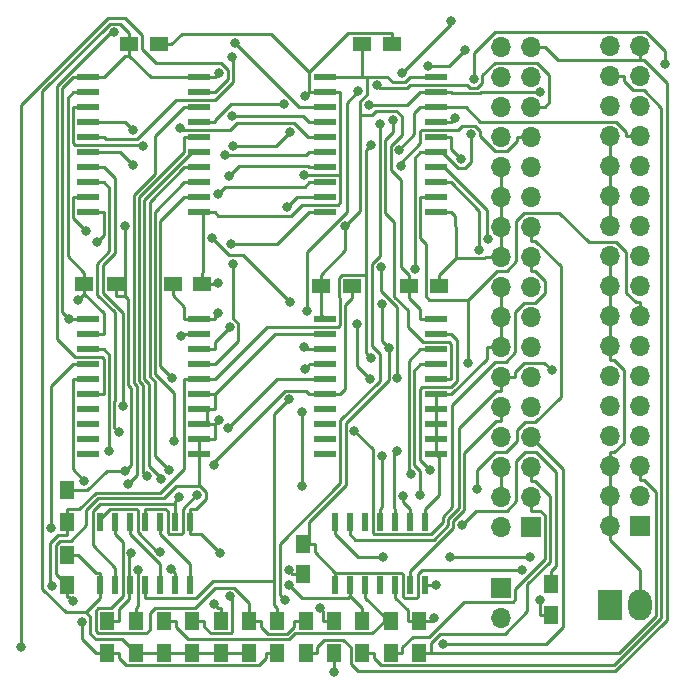
<source format=gbl>
%TF.GenerationSoftware,KiCad,Pcbnew,5.1.10*%
%TF.CreationDate,2021-12-03T13:16:58+01:00*%
%TF.ProjectId,afterglow_pico,61667465-7267-46c6-9f77-5f7069636f2e,rev?*%
%TF.SameCoordinates,Original*%
%TF.FileFunction,Copper,L2,Bot*%
%TF.FilePolarity,Positive*%
%FSLAX46Y46*%
G04 Gerber Fmt 4.6, Leading zero omitted, Abs format (unit mm)*
G04 Created by KiCad (PCBNEW 5.1.10) date 2021-12-03 13:16:58*
%MOMM*%
%LPD*%
G01*
G04 APERTURE LIST*
%TA.AperFunction,SMDPad,CuDef*%
%ADD10R,1.300000X1.500000*%
%TD*%
%TA.AperFunction,SMDPad,CuDef*%
%ADD11R,1.500000X1.300000*%
%TD*%
%TA.AperFunction,SMDPad,CuDef*%
%ADD12R,0.600000X1.500000*%
%TD*%
%TA.AperFunction,ComponentPad*%
%ADD13O,1.700000X1.700000*%
%TD*%
%TA.AperFunction,ComponentPad*%
%ADD14R,1.700000X1.700000*%
%TD*%
%TA.AperFunction,SMDPad,CuDef*%
%ADD15R,1.250000X1.500000*%
%TD*%
%TA.AperFunction,SMDPad,CuDef*%
%ADD16R,1.950000X0.600000*%
%TD*%
%TA.AperFunction,ComponentPad*%
%ADD17O,2.000000X2.600000*%
%TD*%
%TA.AperFunction,ComponentPad*%
%ADD18R,2.000000X2.600000*%
%TD*%
%TA.AperFunction,SMDPad,CuDef*%
%ADD19R,1.500000X1.250000*%
%TD*%
%TA.AperFunction,ViaPad*%
%ADD20C,0.800000*%
%TD*%
%TA.AperFunction,Conductor*%
%ADD21C,0.250000*%
%TD*%
G04 APERTURE END LIST*
D10*
%TO.P,R16,2*%
%TO.N,Net-(R16-Pad2)*%
X173000000Y-108950000D03*
%TO.P,R16,1*%
%TO.N,+3V3*%
X173000000Y-106250000D03*
%TD*%
D11*
%TO.P,R2,2*%
%TO.N,Net-(R2-Pad2)*%
X197150000Y-89000000D03*
%TO.P,R2,1*%
%TO.N,+3V3*%
X194450000Y-89000000D03*
%TD*%
D12*
%TO.P,U2,14*%
%TO.N,+5V*%
X175790000Y-114300000D03*
%TO.P,U2,13*%
%TO.N,/COMB_EV*%
X177060000Y-114300000D03*
%TO.P,U2,12*%
%TO.N,/PICO_OUT_EN*%
X178330000Y-114300000D03*
%TO.P,U2,11*%
%TO.N,/OUT_SEL*%
X179600000Y-114300000D03*
%TO.P,U2,10*%
%TO.N,Net-(U2-Pad10)*%
X180870000Y-114300000D03*
%TO.P,U2,9*%
%TO.N,Net-(U1-Pad8)*%
X182140000Y-114300000D03*
%TO.P,U2,8*%
%TO.N,Net-(U2-Pad5)*%
X183410000Y-114300000D03*
%TO.P,U2,7*%
%TO.N,GND*%
X183410000Y-108900000D03*
%TO.P,U2,6*%
%TO.N,/COMB_EV*%
X182140000Y-108900000D03*
%TO.P,U2,5*%
%TO.N,Net-(U2-Pad5)*%
X180870000Y-108900000D03*
%TO.P,U2,4*%
%TO.N,Net-(U1-Pad6)*%
X179600000Y-108900000D03*
%TO.P,U2,3*%
%TO.N,Net-(U2-Pad10)*%
X178330000Y-108900000D03*
%TO.P,U2,2*%
%TO.N,Net-(R10-Pad1)*%
X177060000Y-108900000D03*
%TO.P,U2,1*%
%TO.N,Net-(R12-Pad2)*%
X175790000Y-108900000D03*
%TD*%
D13*
%TO.P,TEST,2*%
%TO.N,GND*%
X209750000Y-117040000D03*
D14*
%TO.P,TEST,1*%
%TO.N,Net-(TEST_MODE1-Pad1)*%
X209750000Y-114500000D03*
%TD*%
D10*
%TO.P,R15,2*%
%TO.N,Net-(R15-Pad2)*%
X178800000Y-117300000D03*
%TO.P,R15,1*%
%TO.N,+5V*%
X178800000Y-120000000D03*
%TD*%
%TO.P,R14,2*%
%TO.N,Net-(R14-Pad2)*%
X181200000Y-117300000D03*
%TO.P,R14,1*%
%TO.N,+5V*%
X181200000Y-120000000D03*
%TD*%
%TO.P,R13,2*%
%TO.N,Net-(R13-Pad2)*%
X183600000Y-117300000D03*
%TO.P,R13,1*%
%TO.N,+5V*%
X183600000Y-120000000D03*
%TD*%
%TO.P,R12,2*%
%TO.N,Net-(R12-Pad2)*%
X186000000Y-117300000D03*
%TO.P,R12,1*%
%TO.N,+5V*%
X186000000Y-120000000D03*
%TD*%
%TO.P,R11,2*%
%TO.N,Net-(R10-Pad1)*%
X188400000Y-117300000D03*
%TO.P,R11,1*%
%TO.N,+5V*%
X188400000Y-120000000D03*
%TD*%
%TO.P,R10,2*%
%TO.N,/P33*%
X193200000Y-120000000D03*
%TO.P,R10,1*%
%TO.N,Net-(R10-Pad1)*%
X193200000Y-117300000D03*
%TD*%
%TO.P,R9,2*%
%TO.N,/DIS_STROBE*%
X195600000Y-120000000D03*
%TO.P,R9,1*%
%TO.N,Net-(R12-Pad2)*%
X195600000Y-117300000D03*
%TD*%
%TO.P,R8,2*%
%TO.N,/DIS3*%
X198000000Y-120000000D03*
%TO.P,R8,1*%
%TO.N,Net-(R13-Pad2)*%
X198000000Y-117300000D03*
%TD*%
%TO.P,R7,2*%
%TO.N,/DIS2*%
X200400000Y-120000000D03*
%TO.P,R7,1*%
%TO.N,Net-(R14-Pad2)*%
X200400000Y-117300000D03*
%TD*%
%TO.P,R6,2*%
%TO.N,/DIS1*%
X202800000Y-120000000D03*
%TO.P,R6,1*%
%TO.N,Net-(R15-Pad2)*%
X202800000Y-117300000D03*
%TD*%
D11*
%TO.P,R5,2*%
%TO.N,+3V3*%
X177150000Y-88800000D03*
%TO.P,R5,1*%
%TO.N,Net-(R5-Pad1)*%
X174450000Y-88800000D03*
%TD*%
D10*
%TO.P,R4,2*%
%TO.N,/PICO_OUT_EN*%
X176400000Y-117300000D03*
%TO.P,R4,1*%
%TO.N,GND*%
X176400000Y-120000000D03*
%TD*%
%TO.P,R3,2*%
%TO.N,Net-(PWR_LED1-Pad2)*%
X214000000Y-116850000D03*
%TO.P,R3,1*%
%TO.N,+3V3*%
X214000000Y-114150000D03*
%TD*%
D15*
%TO.P,C8,2*%
%TO.N,GND*%
X173000000Y-114250000D03*
%TO.P,C8,1*%
%TO.N,+5V*%
X173000000Y-111750000D03*
%TD*%
%TO.P,C7,2*%
%TO.N,GND*%
X193000000Y-113300000D03*
%TO.P,C7,1*%
%TO.N,+5V*%
X193000000Y-110800000D03*
%TD*%
D16*
%TO.P,U7,1*%
%TO.N,+5V*%
X184200000Y-91785000D03*
%TO.P,U7,2*%
%TO.N,Net-(U5-Pad31)*%
X184200000Y-93055000D03*
%TO.P,U7,3*%
%TO.N,Net-(U5-Pad32)*%
X184200000Y-94325000D03*
%TO.P,U7,4*%
%TO.N,Net-(U5-Pad34)*%
X184200000Y-95595000D03*
%TO.P,U7,5*%
%TO.N,Net-(R16-Pad2)*%
X184200000Y-96865000D03*
%TO.P,U7,6*%
%TO.N,GND*%
X184200000Y-98135000D03*
%TO.P,U7,7*%
X184200000Y-99405000D03*
%TO.P,U7,8*%
X184200000Y-100675000D03*
%TO.P,U7,9*%
X184200000Y-101945000D03*
%TO.P,U7,10*%
X184200000Y-103215000D03*
%TO.P,U7,11*%
%TO.N,Net-(U7-Pad11)*%
X174800000Y-103215000D03*
%TO.P,U7,12*%
%TO.N,Net-(U7-Pad12)*%
X174800000Y-101945000D03*
%TO.P,U7,13*%
%TO.N,Net-(U7-Pad13)*%
X174800000Y-100675000D03*
%TO.P,U7,14*%
%TO.N,Net-(U7-Pad14)*%
X174800000Y-99405000D03*
%TO.P,U7,15*%
%TO.N,/PICO_BLANK*%
X174800000Y-98135000D03*
%TO.P,U7,16*%
%TO.N,/PICO_OUT_EN*%
X174800000Y-96865000D03*
%TO.P,U7,17*%
%TO.N,/LROW_PICO*%
X174800000Y-95595000D03*
%TO.P,U7,18*%
%TO.N,/LCOL_PICO*%
X174800000Y-94325000D03*
%TO.P,U7,19*%
%TO.N,Net-(R5-Pad1)*%
X174800000Y-93055000D03*
%TO.P,U7,20*%
%TO.N,+5V*%
X174800000Y-91785000D03*
%TD*%
%TO.P,U6,1*%
%TO.N,+5V*%
X184200000Y-71285000D03*
%TO.P,U6,2*%
%TO.N,Net-(U5-Pad20)*%
X184200000Y-72555000D03*
%TO.P,U6,3*%
%TO.N,Net-(U5-Pad21)*%
X184200000Y-73825000D03*
%TO.P,U6,4*%
%TO.N,Net-(U5-Pad22)*%
X184200000Y-75095000D03*
%TO.P,U6,5*%
%TO.N,Net-(U5-Pad24)*%
X184200000Y-76365000D03*
%TO.P,U6,6*%
%TO.N,Net-(U5-Pad25)*%
X184200000Y-77635000D03*
%TO.P,U6,7*%
%TO.N,Net-(U5-Pad26)*%
X184200000Y-78905000D03*
%TO.P,U6,8*%
%TO.N,Net-(U5-Pad27)*%
X184200000Y-80175000D03*
%TO.P,U6,9*%
%TO.N,Net-(U5-Pad29)*%
X184200000Y-81445000D03*
%TO.P,U6,10*%
%TO.N,GND*%
X184200000Y-82715000D03*
%TO.P,U6,11*%
%TO.N,/D7_PICO*%
X174800000Y-82715000D03*
%TO.P,U6,12*%
%TO.N,/D6_PICO*%
X174800000Y-81445000D03*
%TO.P,U6,13*%
%TO.N,/D5_PICO*%
X174800000Y-80175000D03*
%TO.P,U6,14*%
%TO.N,/D4_PICO*%
X174800000Y-78905000D03*
%TO.P,U6,15*%
%TO.N,/D3_PICO*%
X174800000Y-77635000D03*
%TO.P,U6,16*%
%TO.N,/D2_PICO*%
X174800000Y-76365000D03*
%TO.P,U6,17*%
%TO.N,/D1_PICO*%
X174800000Y-75095000D03*
%TO.P,U6,18*%
%TO.N,/D0_PICO*%
X174800000Y-73825000D03*
%TO.P,U6,19*%
%TO.N,Net-(R5-Pad1)*%
X174800000Y-72555000D03*
%TO.P,U6,20*%
%TO.N,+5V*%
X174800000Y-71285000D03*
%TD*%
%TO.P,U4,20*%
%TO.N,+3V3*%
X194800000Y-91785000D03*
%TO.P,U4,19*%
%TO.N,GND*%
X194800000Y-93055000D03*
%TO.P,U4,18*%
%TO.N,Net-(U4-Pad18)*%
X194800000Y-94325000D03*
%TO.P,U4,17*%
%TO.N,Net-(U4-Pad17)*%
X194800000Y-95595000D03*
%TO.P,U4,16*%
%TO.N,Net-(U4-Pad16)*%
X194800000Y-96865000D03*
%TO.P,U4,15*%
%TO.N,Net-(R2-Pad2)*%
X194800000Y-98135000D03*
%TO.P,U4,14*%
%TO.N,Net-(U4-Pad14)*%
X194800000Y-99405000D03*
%TO.P,U4,13*%
%TO.N,Net-(U4-Pad13)*%
X194800000Y-100675000D03*
%TO.P,U4,12*%
%TO.N,Net-(U4-Pad12)*%
X194800000Y-101945000D03*
%TO.P,U4,11*%
%TO.N,Net-(U4-Pad11)*%
X194800000Y-103215000D03*
%TO.P,U4,10*%
%TO.N,GND*%
X204200000Y-103215000D03*
%TO.P,U4,9*%
X204200000Y-101945000D03*
%TO.P,U4,8*%
X204200000Y-100675000D03*
%TO.P,U4,7*%
X204200000Y-99405000D03*
%TO.P,U4,6*%
X204200000Y-98135000D03*
%TO.P,U4,5*%
%TO.N,/BLANK*%
X204200000Y-96865000D03*
%TO.P,U4,4*%
%TO.N,/COMB_EV*%
X204200000Y-95595000D03*
%TO.P,U4,3*%
%TO.N,/LROW*%
X204200000Y-94325000D03*
%TO.P,U4,2*%
%TO.N,/LCOL*%
X204200000Y-93055000D03*
%TO.P,U4,1*%
%TO.N,+3V3*%
X204200000Y-91785000D03*
%TD*%
%TO.P,U3,20*%
%TO.N,+3V3*%
X194800000Y-71285000D03*
%TO.P,U3,19*%
%TO.N,GND*%
X194800000Y-72555000D03*
%TO.P,U3,18*%
%TO.N,Net-(U3-Pad18)*%
X194800000Y-73825000D03*
%TO.P,U3,17*%
%TO.N,Net-(U3-Pad17)*%
X194800000Y-75095000D03*
%TO.P,U3,16*%
%TO.N,Net-(U3-Pad16)*%
X194800000Y-76365000D03*
%TO.P,U3,15*%
%TO.N,Net-(U3-Pad15)*%
X194800000Y-77635000D03*
%TO.P,U3,14*%
%TO.N,Net-(U3-Pad14)*%
X194800000Y-78905000D03*
%TO.P,U3,13*%
%TO.N,Net-(U3-Pad13)*%
X194800000Y-80175000D03*
%TO.P,U3,12*%
%TO.N,Net-(U3-Pad12)*%
X194800000Y-81445000D03*
%TO.P,U3,11*%
%TO.N,Net-(U3-Pad11)*%
X194800000Y-82715000D03*
%TO.P,U3,10*%
%TO.N,GND*%
X204200000Y-82715000D03*
%TO.P,U3,9*%
%TO.N,/D7*%
X204200000Y-81445000D03*
%TO.P,U3,8*%
%TO.N,/D6*%
X204200000Y-80175000D03*
%TO.P,U3,7*%
%TO.N,/D5*%
X204200000Y-78905000D03*
%TO.P,U3,6*%
%TO.N,/D4*%
X204200000Y-77635000D03*
%TO.P,U3,5*%
%TO.N,/D3*%
X204200000Y-76365000D03*
%TO.P,U3,4*%
%TO.N,/D2*%
X204200000Y-75095000D03*
%TO.P,U3,3*%
%TO.N,/D1*%
X204200000Y-73825000D03*
%TO.P,U3,2*%
%TO.N,/D0*%
X204200000Y-72555000D03*
%TO.P,U3,1*%
%TO.N,+3V3*%
X204200000Y-71285000D03*
%TD*%
D12*
%TO.P,U1,14*%
%TO.N,+5V*%
X195690000Y-114300000D03*
%TO.P,U1,13*%
%TO.N,Net-(R13-Pad2)*%
X196960000Y-114300000D03*
%TO.P,U1,12*%
%TO.N,Net-(R14-Pad2)*%
X198230000Y-114300000D03*
%TO.P,U1,11*%
%TO.N,N/C*%
X199500000Y-114300000D03*
%TO.P,U1,10*%
%TO.N,Net-(R15-Pad2)*%
X200770000Y-114300000D03*
%TO.P,U1,9*%
%TO.N,/SOL4*%
X202040000Y-114300000D03*
%TO.P,U1,8*%
%TO.N,Net-(U1-Pad8)*%
X203310000Y-114300000D03*
%TO.P,U1,7*%
%TO.N,GND*%
X203310000Y-108900000D03*
%TO.P,U1,6*%
%TO.N,Net-(U1-Pad6)*%
X202040000Y-108900000D03*
%TO.P,U1,5*%
%TO.N,/SOL3*%
X200770000Y-108900000D03*
%TO.P,U1,4*%
%TO.N,/SOL2*%
X199500000Y-108900000D03*
%TO.P,U1,3*%
%TO.N,N/C*%
X198230000Y-108900000D03*
%TO.P,U1,2*%
%TO.N,/SOL1*%
X196960000Y-108900000D03*
%TO.P,U1,1*%
%TO.N,/TRIAC*%
X195690000Y-108900000D03*
%TD*%
D10*
%TO.P,R1,2*%
%TO.N,GND*%
X190800000Y-120000000D03*
%TO.P,R1,1*%
%TO.N,/OUT_SEL*%
X190800000Y-117300000D03*
%TD*%
D17*
%TO.P,+ 5V -,2*%
%TO.N,GND*%
X221500000Y-116000000D03*
D18*
%TO.P,+ 5V -,1*%
%TO.N,+5V*%
X218960000Y-116000000D03*
%TD*%
D13*
%TO.P,J2,34*%
%TO.N,/ZERO_CROSS*%
X209710000Y-68700000D03*
%TO.P,J2,33*%
%TO.N,/P33*%
X212250000Y-68700000D03*
%TO.P,J2,32*%
%TO.N,/DIS3*%
X209710000Y-71240000D03*
%TO.P,J2,31*%
%TO.N,/PICO_BLANK*%
X212250000Y-71240000D03*
%TO.P,J2,30*%
%TO.N,GND*%
X209710000Y-73780000D03*
%TO.P,J2,29*%
%TO.N,/D0_OUT*%
X212250000Y-73780000D03*
%TO.P,J2,28*%
%TO.N,GND*%
X209710000Y-76320000D03*
%TO.P,J2,27*%
%TO.N,/D1_OUT*%
X212250000Y-76320000D03*
%TO.P,J2,26*%
%TO.N,GND*%
X209710000Y-78860000D03*
%TO.P,J2,25*%
%TO.N,/D2_OUT*%
X212250000Y-78860000D03*
%TO.P,J2,24*%
%TO.N,GND*%
X209710000Y-81400000D03*
%TO.P,J2,23*%
%TO.N,/D3_OUT*%
X212250000Y-81400000D03*
%TO.P,J2,22*%
%TO.N,GND*%
X209710000Y-83940000D03*
%TO.P,J2,21*%
%TO.N,/D4_OUT*%
X212250000Y-83940000D03*
%TO.P,J2,20*%
%TO.N,GND*%
X209710000Y-86480000D03*
%TO.P,J2,19*%
%TO.N,/D5_OUT*%
X212250000Y-86480000D03*
%TO.P,J2,18*%
%TO.N,GND*%
X209710000Y-89020000D03*
%TO.P,J2,17*%
%TO.N,/D6_OUT*%
X212250000Y-89020000D03*
%TO.P,J2,16*%
%TO.N,GND*%
X209710000Y-91560000D03*
%TO.P,J2,15*%
%TO.N,/D7_OUT*%
X212250000Y-91560000D03*
%TO.P,J2,14*%
%TO.N,GND*%
X209710000Y-94100000D03*
%TO.P,J2,13*%
%TO.N,/TRIAC*%
X212250000Y-94100000D03*
%TO.P,J2,12*%
%TO.N,/SOL1*%
X209710000Y-96640000D03*
%TO.P,J2,11*%
%TO.N,/SOL3*%
X212250000Y-96640000D03*
%TO.P,J2,10*%
%TO.N,/SOL4*%
X209710000Y-99180000D03*
%TO.P,J2,9*%
%TO.N,/SOL2*%
X212250000Y-99180000D03*
%TO.P,J2,8*%
%TO.N,/LCOL_PICO*%
X209710000Y-101720000D03*
%TO.P,J2,7*%
%TO.N,/LROW_PICO*%
X212250000Y-101720000D03*
%TO.P,J2,6*%
%TO.N,GND*%
X209710000Y-104260000D03*
%TO.P,J2,5*%
%TO.N,/DIS1*%
X212250000Y-104260000D03*
%TO.P,J2,4*%
%TO.N,GND*%
X209710000Y-106800000D03*
%TO.P,J2,3*%
%TO.N,/DIS2*%
X212250000Y-106800000D03*
%TO.P,J2,2*%
%TO.N,GND*%
X209710000Y-109340000D03*
D14*
%TO.P,J2,1*%
%TO.N,/DIS_STROBE*%
X212250000Y-109340000D03*
%TD*%
D13*
%TO.P,J1,34*%
%TO.N,/ZERO_CROSS*%
X218960000Y-68660000D03*
%TO.P,J1,33*%
%TO.N,/P33*%
X221500000Y-68660000D03*
%TO.P,J1,32*%
%TO.N,/DIS3*%
X218960000Y-71200000D03*
%TO.P,J1,31*%
%TO.N,/BLANK*%
X221500000Y-71200000D03*
%TO.P,J1,30*%
%TO.N,GND*%
X218960000Y-73740000D03*
%TO.P,J1,29*%
%TO.N,/D0*%
X221500000Y-73740000D03*
%TO.P,J1,28*%
%TO.N,GND*%
X218960000Y-76280000D03*
%TO.P,J1,27*%
%TO.N,/D1*%
X221500000Y-76280000D03*
%TO.P,J1,26*%
%TO.N,GND*%
X218960000Y-78820000D03*
%TO.P,J1,25*%
%TO.N,/D2*%
X221500000Y-78820000D03*
%TO.P,J1,24*%
%TO.N,GND*%
X218960000Y-81360000D03*
%TO.P,J1,23*%
%TO.N,/D3*%
X221500000Y-81360000D03*
%TO.P,J1,22*%
%TO.N,GND*%
X218960000Y-83900000D03*
%TO.P,J1,21*%
%TO.N,/D4*%
X221500000Y-83900000D03*
%TO.P,J1,20*%
%TO.N,GND*%
X218960000Y-86440000D03*
%TO.P,J1,19*%
%TO.N,/D5*%
X221500000Y-86440000D03*
%TO.P,J1,18*%
%TO.N,GND*%
X218960000Y-88980000D03*
%TO.P,J1,17*%
%TO.N,/D6*%
X221500000Y-88980000D03*
%TO.P,J1,16*%
%TO.N,GND*%
X218960000Y-91520000D03*
%TO.P,J1,15*%
%TO.N,/D7*%
X221500000Y-91520000D03*
%TO.P,J1,14*%
%TO.N,GND*%
X218960000Y-94060000D03*
%TO.P,J1,13*%
%TO.N,/TRIAC*%
X221500000Y-94060000D03*
%TO.P,J1,12*%
%TO.N,/SOL1*%
X218960000Y-96600000D03*
%TO.P,J1,11*%
%TO.N,/SOL3*%
X221500000Y-96600000D03*
%TO.P,J1,10*%
%TO.N,/SOL4*%
X218960000Y-99140000D03*
%TO.P,J1,9*%
%TO.N,/SOL2*%
X221500000Y-99140000D03*
%TO.P,J1,8*%
%TO.N,/LCOL*%
X218960000Y-101680000D03*
%TO.P,J1,7*%
%TO.N,/LROW*%
X221500000Y-101680000D03*
%TO.P,J1,6*%
%TO.N,GND*%
X218960000Y-104220000D03*
%TO.P,J1,5*%
%TO.N,/DIS1*%
X221500000Y-104220000D03*
%TO.P,J1,4*%
%TO.N,GND*%
X218960000Y-106760000D03*
%TO.P,J1,3*%
%TO.N,/DIS2*%
X221500000Y-106760000D03*
%TO.P,J1,2*%
%TO.N,GND*%
X218960000Y-109300000D03*
D14*
%TO.P,J1,1*%
%TO.N,/DIS_STROBE*%
X221500000Y-109300000D03*
%TD*%
D19*
%TO.P,C4,2*%
%TO.N,GND*%
X184450000Y-88800000D03*
%TO.P,C4,1*%
%TO.N,+5V*%
X181950000Y-88800000D03*
%TD*%
%TO.P,C3,2*%
%TO.N,+5V*%
X178250000Y-68500000D03*
%TO.P,C3,1*%
%TO.N,GND*%
X180750000Y-68500000D03*
%TD*%
%TO.P,C2,2*%
%TO.N,GND*%
X204450000Y-89000000D03*
%TO.P,C2,1*%
%TO.N,+3V3*%
X201950000Y-89000000D03*
%TD*%
%TO.P,C1,2*%
%TO.N,GND*%
X200500000Y-68500000D03*
%TO.P,C1,1*%
%TO.N,+3V3*%
X198000000Y-68500000D03*
%TD*%
D20*
%TO.N,GND*%
X173488400Y-115656700D03*
X185833300Y-100330000D03*
X185803400Y-88681500D03*
X193168900Y-72853800D03*
X185953200Y-111590000D03*
X174228600Y-117399700D03*
X193086800Y-79530400D03*
X191749600Y-113030000D03*
%TO.N,+3V3*%
X206410200Y-109150800D03*
X177901700Y-104632000D03*
X196564000Y-83836400D03*
X177897700Y-83838500D03*
%TO.N,+5V*%
X199649700Y-90476900D03*
X200219800Y-94200700D03*
X211536600Y-112974300D03*
X173142300Y-91718800D03*
X185757400Y-91204800D03*
X185868100Y-70917200D03*
%TO.N,/BLANK*%
X200570400Y-74890800D03*
X201332400Y-70963300D03*
X205478300Y-66562700D03*
%TO.N,/D0*%
X198526800Y-73649000D03*
X213064800Y-72508600D03*
%TO.N,/D1*%
X201109900Y-77403200D03*
%TO.N,/D2*%
X203562800Y-70308400D03*
X206683800Y-68944300D03*
X205811900Y-74729300D03*
%TO.N,/D3*%
X206347300Y-78220700D03*
%TO.N,/D4*%
X207224500Y-76109000D03*
X207434000Y-71471900D03*
X223653400Y-70135600D03*
X202449400Y-87507700D03*
%TO.N,/D5*%
X208634300Y-84950600D03*
%TO.N,/D6*%
X207909000Y-85885600D03*
%TO.N,/D7*%
X206951400Y-95495600D03*
%TO.N,/TRIAC*%
X199712200Y-111874000D03*
X205447400Y-111874000D03*
X212172200Y-111871000D03*
%TO.N,/SOL1*%
X214025500Y-96100100D03*
%TO.N,/SOL3*%
X200923600Y-102894200D03*
%TO.N,/SOL2*%
X199669800Y-103335100D03*
%TO.N,/LCOL*%
X203714600Y-104555800D03*
%TO.N,/LROW*%
X202135500Y-104906700D03*
%TO.N,/DIS_STROBE*%
X195600000Y-121620000D03*
%TO.N,/D0_OUT*%
X199201000Y-71953200D03*
%TO.N,/D1_OUT*%
X201227800Y-78786600D03*
%TO.N,/D4_OUT*%
X192915300Y-99624600D03*
X192915300Y-105893700D03*
X207696400Y-106179700D03*
%TO.N,/D5_OUT*%
X197296600Y-101222700D03*
%TO.N,/LCOL_PICO*%
X176528200Y-102947200D03*
%TO.N,/LROW_PICO*%
X171643300Y-109456900D03*
X204837200Y-119267700D03*
%TO.N,/OUT_SEL*%
X191777100Y-98560600D03*
X193331000Y-91096800D03*
X197612700Y-72469900D03*
%TO.N,Net-(U1-Pad8)*%
X181809600Y-112938200D03*
X204229300Y-114300000D03*
%TO.N,Net-(U1-Pad6)*%
X183993200Y-106672700D03*
X201468800Y-106763900D03*
%TO.N,/COMB_EV*%
X182473700Y-106820200D03*
X202860800Y-106623200D03*
%TO.N,/PICO_OUT_EN*%
X178420400Y-111560600D03*
X174453000Y-105430100D03*
%TO.N,Net-(U3-Pad18)*%
X187187900Y-68364500D03*
%TO.N,Net-(U3-Pad17)*%
X186986500Y-74523100D03*
%TO.N,Net-(U3-Pad16)*%
X182523500Y-75569600D03*
%TO.N,Net-(U3-Pad15)*%
X186346600Y-77902800D03*
%TO.N,Net-(U3-Pad14)*%
X186739600Y-79617500D03*
%TO.N,Net-(U3-Pad13)*%
X185808200Y-81152200D03*
%TO.N,Net-(U3-Pad12)*%
X191633800Y-82263700D03*
%TO.N,Net-(U3-Pad11)*%
X186849100Y-85431700D03*
%TO.N,Net-(U4-Pad18)*%
X193043300Y-94119700D03*
%TO.N,Net-(U4-Pad17)*%
X193123600Y-96023100D03*
%TO.N,Net-(U4-Pad16)*%
X186615500Y-101014700D03*
%TO.N,Net-(U5-Pad21)*%
X178164200Y-105691200D03*
%TO.N,Net-(U5-Pad22)*%
X199505200Y-75228300D03*
X191335800Y-73581500D03*
X191460400Y-115570000D03*
%TO.N,Net-(U5-Pad24)*%
X179744500Y-105086400D03*
%TO.N,Net-(U5-Pad25)*%
X180939000Y-105282800D03*
%TO.N,Net-(U5-Pad26)*%
X181644200Y-104573200D03*
%TO.N,Net-(U5-Pad27)*%
X182031800Y-102113000D03*
%TO.N,Net-(U5-Pad29)*%
X181887200Y-96717100D03*
%TO.N,Net-(U5-Pad31)*%
X182621000Y-93214400D03*
%TO.N,Net-(U5-Pad32)*%
X186760700Y-92457900D03*
%TO.N,Net-(U5-Pad20)*%
X169097600Y-119516000D03*
%TO.N,/D0_PICO*%
X191878400Y-75924000D03*
X187010100Y-77128300D03*
X179399900Y-77128300D03*
%TO.N,/D1_PICO*%
X178573600Y-75790800D03*
%TO.N,/D2_PICO*%
X186997000Y-69605300D03*
%TO.N,/D3_PICO*%
X178561300Y-78707200D03*
%TO.N,/D4_PICO*%
X177703800Y-99154300D03*
%TO.N,/D5_PICO*%
X177391000Y-101354500D03*
%TO.N,/D6_PICO*%
X200963400Y-96770000D03*
X199576400Y-87321000D03*
X174566100Y-84271600D03*
%TO.N,/D7_PICO*%
X198616400Y-96810500D03*
X197506100Y-92144200D03*
X191893000Y-90344700D03*
X185238600Y-84898900D03*
X175539000Y-85229900D03*
%TO.N,Net-(U5-Pad34)*%
X187012800Y-87078100D03*
%TO.N,/PICO_BLANK*%
X176949500Y-67462000D03*
%TO.N,Net-(PWR_LED1-Pad2)*%
X213024700Y-115576200D03*
%TO.N,Net-(R5-Pad1)*%
X173900100Y-90142300D03*
%TO.N,Net-(R15-Pad2)*%
X204066100Y-117030300D03*
X178974700Y-113023500D03*
%TO.N,Net-(R13-Pad2)*%
X186802600Y-115225000D03*
X191766200Y-114301100D03*
%TO.N,Net-(R12-Pad2)*%
X180850300Y-111441700D03*
X194414300Y-116233400D03*
X185414400Y-115888400D03*
%TO.N,Net-(R2-Pad2)*%
X185451800Y-104139400D03*
%TO.N,Net-(R16-Pad2)*%
X198725800Y-95046000D03*
X171728100Y-114376700D03*
X198711000Y-77032000D03*
%TD*%
D21*
%TO.N,GND*%
X196100300Y-79530400D02*
X196100300Y-81886600D01*
X196100300Y-81886600D02*
X195897300Y-82089600D01*
X195897300Y-82089600D02*
X192851300Y-82089600D01*
X192851300Y-82089600D02*
X191929400Y-83011500D01*
X191929400Y-83011500D02*
X185796800Y-83011500D01*
X185796800Y-83011500D02*
X185500300Y-82715000D01*
X173000000Y-114250000D02*
X173000000Y-115325300D01*
X173000000Y-115325300D02*
X173157000Y-115325300D01*
X173157000Y-115325300D02*
X173488400Y-115656700D01*
X184200000Y-105865300D02*
X182218600Y-105865300D01*
X182218600Y-105865300D02*
X181181200Y-106902700D01*
X181181200Y-106902700D02*
X175620900Y-106902700D01*
X175620900Y-106902700D02*
X174615000Y-107908600D01*
X174615000Y-107908600D02*
X174615000Y-109231800D01*
X174615000Y-109231800D02*
X173287100Y-110559700D01*
X173287100Y-110559700D02*
X172354700Y-110559700D01*
X172354700Y-110559700D02*
X172049600Y-110864800D01*
X172049600Y-110864800D02*
X172049600Y-113299600D01*
X172049600Y-113299600D02*
X173000000Y-114250000D01*
X204200000Y-101945000D02*
X204200000Y-103215000D01*
X204200000Y-100675000D02*
X204200000Y-101945000D01*
X204200000Y-103215000D02*
X204440000Y-103455000D01*
X204440000Y-103455000D02*
X204440000Y-106694700D01*
X204440000Y-106694700D02*
X203310000Y-107824700D01*
X203310000Y-108900000D02*
X203310000Y-107824700D01*
X185803400Y-88681500D02*
X185643800Y-88681500D01*
X185643800Y-88681500D02*
X185525300Y-88800000D01*
X185500300Y-100675000D02*
X185833300Y-100342000D01*
X185833300Y-100342000D02*
X185833300Y-100330000D01*
X184200000Y-100675000D02*
X184850200Y-100675000D01*
X184200000Y-101945000D02*
X185500300Y-101945000D01*
X185500300Y-101945000D02*
X185500300Y-100675000D01*
X184200000Y-103215000D02*
X184200000Y-101945000D01*
X184450000Y-88800000D02*
X184450000Y-87849700D01*
X184487300Y-82715000D02*
X184487300Y-87812400D01*
X184487300Y-87812400D02*
X184450000Y-87849700D01*
X184487300Y-82715000D02*
X185500300Y-82715000D01*
X184200000Y-82715000D02*
X184487300Y-82715000D01*
X184450000Y-88800000D02*
X185525300Y-88800000D01*
X183410000Y-107824700D02*
X183867000Y-107824700D01*
X183867000Y-107824700D02*
X184718500Y-106973200D01*
X184718500Y-106973200D02*
X184718500Y-106372200D01*
X184718500Y-106372200D02*
X184211600Y-105865300D01*
X184211600Y-105865300D02*
X184200000Y-105865300D01*
X184200000Y-105865300D02*
X184200000Y-103215000D01*
X204200000Y-98135000D02*
X204200000Y-99405000D01*
X208534700Y-94100000D02*
X208534700Y-95128400D01*
X208534700Y-95128400D02*
X205528100Y-98135000D01*
X205528100Y-98135000D02*
X204200000Y-98135000D01*
X209710000Y-94100000D02*
X208534700Y-94100000D01*
X209710000Y-91560000D02*
X209710000Y-94100000D01*
X204200000Y-99405000D02*
X204200000Y-100675000D01*
X184850200Y-100675000D02*
X185500300Y-100675000D01*
X184850200Y-99405000D02*
X185500300Y-99405000D01*
X184200000Y-99405000D02*
X184850200Y-99405000D01*
X184850200Y-99405000D02*
X184850200Y-100675000D01*
X193499700Y-70823800D02*
X196773800Y-67549700D01*
X196773800Y-67549700D02*
X200500000Y-67549700D01*
X193499700Y-72555000D02*
X193499700Y-70823800D01*
X193499700Y-70823800D02*
X190276900Y-67601000D01*
X190276900Y-67601000D02*
X182724300Y-67601000D01*
X182724300Y-67601000D02*
X181825300Y-68500000D01*
X180750000Y-68500000D02*
X181825300Y-68500000D01*
X200500000Y-68500000D02*
X200500000Y-67549700D01*
X193499700Y-72555000D02*
X193467700Y-72555000D01*
X193467700Y-72555000D02*
X193168900Y-72853800D01*
X218960000Y-104220000D02*
X218960000Y-103044700D01*
X218960000Y-103044700D02*
X219327400Y-103044700D01*
X219327400Y-103044700D02*
X220135300Y-102236800D01*
X220135300Y-102236800D02*
X220135300Y-96043200D01*
X220135300Y-96043200D02*
X219327400Y-95235300D01*
X219327400Y-95235300D02*
X218960000Y-95235300D01*
X218960000Y-106760000D02*
X218960000Y-104220000D01*
X218960000Y-94060000D02*
X218960000Y-95235300D01*
X209710000Y-83940000D02*
X209710000Y-86480000D01*
X209710000Y-81400000D02*
X209710000Y-83940000D01*
X209710000Y-81400000D02*
X209710000Y-78860000D01*
X183410000Y-108900000D02*
X183410000Y-109975300D01*
X185953200Y-111590000D02*
X184338500Y-109975300D01*
X184338500Y-109975300D02*
X183410000Y-109975300D01*
X193499700Y-93055000D02*
X190580300Y-93055000D01*
X190580300Y-93055000D02*
X185500300Y-98135000D01*
X209710000Y-106800000D02*
X209710000Y-104260000D01*
X175424700Y-120000000D02*
X174228600Y-118803900D01*
X174228600Y-118803900D02*
X174228600Y-117399700D01*
X176400000Y-120000000D02*
X175424700Y-120000000D01*
X218960000Y-81360000D02*
X218960000Y-78820000D01*
X218960000Y-83900000D02*
X218960000Y-81360000D01*
X205904800Y-86594900D02*
X205904800Y-86595000D01*
X205904800Y-86595000D02*
X206363800Y-86595000D01*
X206363800Y-86595000D02*
X206379700Y-86610900D01*
X206379700Y-86610900D02*
X208220700Y-86610900D01*
X208220700Y-86610900D02*
X208225000Y-86606600D01*
X208225000Y-86606600D02*
X208311500Y-86606600D01*
X208311500Y-86606600D02*
X208438100Y-86480000D01*
X208438100Y-86480000D02*
X208534700Y-86480000D01*
X196100300Y-79530400D02*
X193086800Y-79530400D01*
X196100300Y-72555000D02*
X196100300Y-79530400D01*
X192049700Y-113300000D02*
X192019600Y-113300000D01*
X192019600Y-113300000D02*
X191749600Y-113030000D01*
X193000000Y-113300000D02*
X192049700Y-113300000D01*
X194800000Y-72555000D02*
X196100300Y-72555000D01*
X183410000Y-108900000D02*
X183410000Y-107824700D01*
X185500300Y-98135000D02*
X185500300Y-99405000D01*
X205500300Y-82715000D02*
X205797600Y-83012300D01*
X205797600Y-83012300D02*
X205797600Y-83180100D01*
X205797600Y-83180100D02*
X205808300Y-83190800D01*
X205808300Y-83190800D02*
X205808300Y-83398000D01*
X205808300Y-83398000D02*
X205818900Y-83408600D01*
X205818900Y-83408600D02*
X205818900Y-83913100D01*
X205818900Y-83913100D02*
X205904700Y-83998900D01*
X205904700Y-83998900D02*
X205904700Y-86594900D01*
X205904700Y-86594900D02*
X205904800Y-86594900D01*
X205904800Y-86594900D02*
X204450000Y-88049700D01*
X218960000Y-110475300D02*
X221500000Y-113015300D01*
X221500000Y-113015300D02*
X221500000Y-116000000D01*
X204450000Y-89000000D02*
X204450000Y-88049700D01*
X218960000Y-91520000D02*
X218960000Y-94060000D01*
X194800000Y-72555000D02*
X193499700Y-72555000D01*
X176400000Y-120000000D02*
X177375300Y-120000000D01*
X209710000Y-86480000D02*
X208534700Y-86480000D01*
X190800000Y-120000000D02*
X189824700Y-120000000D01*
X177375300Y-120000000D02*
X177375300Y-120487600D01*
X177375300Y-120487600D02*
X177963100Y-121075400D01*
X177963100Y-121075400D02*
X189236900Y-121075400D01*
X189236900Y-121075400D02*
X189824700Y-120487600D01*
X189824700Y-120487600D02*
X189824700Y-120000000D01*
X194800000Y-93055000D02*
X193499700Y-93055000D01*
X184200000Y-98135000D02*
X185500300Y-98135000D01*
X204200000Y-82715000D02*
X205500300Y-82715000D01*
X209710000Y-91560000D02*
X209710000Y-89020000D01*
X218960000Y-78820000D02*
X218960000Y-76280000D01*
X218960000Y-88980000D02*
X218960000Y-86440000D01*
X218960000Y-91520000D02*
X218960000Y-88980000D01*
X218960000Y-109300000D02*
X218960000Y-110475300D01*
X218960000Y-106760000D02*
X218960000Y-109300000D01*
%TO.N,+3V3*%
X173975300Y-106250000D02*
X174714200Y-106250000D01*
X174714200Y-106250000D02*
X176332200Y-104632000D01*
X176332200Y-104632000D02*
X177901700Y-104632000D01*
X214000000Y-114150000D02*
X214000000Y-113074700D01*
X206410200Y-109150800D02*
X207585600Y-107975400D01*
X207585600Y-107975400D02*
X210218700Y-107975400D01*
X210218700Y-107975400D02*
X211027500Y-107166600D01*
X211027500Y-107166600D02*
X211027500Y-103805400D01*
X211027500Y-103805400D02*
X211788200Y-103044700D01*
X211788200Y-103044700D02*
X212712900Y-103044700D01*
X212712900Y-103044700D02*
X214393700Y-104725500D01*
X214393700Y-104725500D02*
X214393700Y-112681000D01*
X214393700Y-112681000D02*
X214000000Y-113074700D01*
X177897700Y-89775300D02*
X178172800Y-90050400D01*
X178172800Y-90050400D02*
X178172800Y-97349600D01*
X178172800Y-97349600D02*
X178429200Y-97606000D01*
X178429200Y-97606000D02*
X178429200Y-104104500D01*
X178429200Y-104104500D02*
X177901700Y-104632000D01*
X177897700Y-89775300D02*
X177897700Y-83838500D01*
X197801600Y-74438200D02*
X197801600Y-82598800D01*
X197801600Y-82598800D02*
X196564000Y-83836400D01*
X177150000Y-89775300D02*
X177897700Y-89775300D01*
X201950000Y-88049700D02*
X201235200Y-87334900D01*
X201235200Y-87334900D02*
X201235200Y-79966200D01*
X201235200Y-79966200D02*
X200384200Y-79115200D01*
X200384200Y-79115200D02*
X200384200Y-77083600D01*
X200384200Y-77083600D02*
X201316000Y-76151800D01*
X201316000Y-76151800D02*
X201316000Y-74578500D01*
X201316000Y-74578500D02*
X200839900Y-74102400D01*
X200839900Y-74102400D02*
X199154800Y-74102400D01*
X199154800Y-74102400D02*
X198819000Y-74438200D01*
X198819000Y-74438200D02*
X197801600Y-74438200D01*
X198391400Y-71285000D02*
X198448500Y-71227900D01*
X198448500Y-71227900D02*
X200089800Y-71227900D01*
X200089800Y-71227900D02*
X200577700Y-71715800D01*
X200577700Y-71715800D02*
X201605700Y-71715800D01*
X201605700Y-71715800D02*
X202036500Y-71285000D01*
X202036500Y-71285000D02*
X202899700Y-71285000D01*
X196564000Y-83836400D02*
X196564000Y-85910700D01*
X196564000Y-85910700D02*
X194450000Y-88024700D01*
X194450000Y-89000000D02*
X194450000Y-88024700D01*
X197801600Y-74438200D02*
X197759900Y-74396500D01*
X197759900Y-74396500D02*
X197759900Y-73348600D01*
X197759900Y-73348600D02*
X198391400Y-72717100D01*
X198391400Y-72717100D02*
X198391400Y-71285000D01*
X201950000Y-89000000D02*
X201950000Y-88049700D01*
X194450000Y-89000000D02*
X194450000Y-91435000D01*
X194450000Y-91435000D02*
X194800000Y-91785000D01*
X204200000Y-91785000D02*
X202899700Y-91785000D01*
X201950000Y-89000000D02*
X201950000Y-89950300D01*
X201950000Y-89950300D02*
X202899700Y-90900000D01*
X202899700Y-90900000D02*
X202899700Y-91785000D01*
X198391400Y-71285000D02*
X198017700Y-71285000D01*
X198017700Y-71285000D02*
X198000000Y-71267300D01*
X198000000Y-71267300D02*
X196118000Y-71267300D01*
X196118000Y-71267300D02*
X196100300Y-71285000D01*
X198000000Y-71267300D02*
X198000000Y-69450300D01*
X203924100Y-71285000D02*
X204200000Y-71285000D01*
X203924100Y-71285000D02*
X202899700Y-71285000D01*
X198000000Y-68500000D02*
X198000000Y-69450300D01*
X194800000Y-71285000D02*
X196100300Y-71285000D01*
X177150000Y-88800000D02*
X177150000Y-89775300D01*
X173000000Y-106250000D02*
X173975300Y-106250000D01*
%TO.N,+5V*%
X200219800Y-94200700D02*
X199649700Y-93630600D01*
X199649700Y-93630600D02*
X199649700Y-90476900D01*
X193475200Y-110800000D02*
X193475200Y-108928700D01*
X193475200Y-108928700D02*
X196571300Y-105832600D01*
X196571300Y-105832600D02*
X196571300Y-100523500D01*
X196571300Y-100523500D02*
X200219800Y-96875000D01*
X200219800Y-96875000D02*
X200219800Y-94200700D01*
X183600000Y-120000000D02*
X186000000Y-120000000D01*
X181200000Y-120000000D02*
X183600000Y-120000000D01*
X174587400Y-116577900D02*
X174954000Y-116944500D01*
X174954000Y-116944500D02*
X174954000Y-118390800D01*
X174954000Y-118390800D02*
X175432600Y-118869400D01*
X175432600Y-118869400D02*
X177669400Y-118869400D01*
X177669400Y-118869400D02*
X178800000Y-120000000D01*
X178250000Y-67549700D02*
X177437000Y-66736700D01*
X177437000Y-66736700D02*
X176624200Y-66736700D01*
X176624200Y-66736700D02*
X170899900Y-72461000D01*
X170899900Y-72461000D02*
X170899900Y-114596800D01*
X170899900Y-114596800D02*
X172881000Y-116577900D01*
X172881000Y-116577900D02*
X174587400Y-116577900D01*
X174587400Y-116577900D02*
X175790000Y-115375300D01*
X175790000Y-114300000D02*
X175790000Y-115375300D01*
X174800000Y-71285000D02*
X173499700Y-71285000D01*
X173142300Y-91718800D02*
X172594100Y-91170600D01*
X172594100Y-91170600D02*
X172594100Y-72190600D01*
X172594100Y-72190600D02*
X173499700Y-71285000D01*
X173499700Y-91785000D02*
X173208500Y-91785000D01*
X173208500Y-91785000D02*
X173142300Y-91718800D01*
X193950300Y-110800000D02*
X193950300Y-111485000D01*
X193950300Y-111485000D02*
X195690000Y-113224700D01*
X184200000Y-71285000D02*
X180084700Y-71285000D01*
X180084700Y-71285000D02*
X178250000Y-69450300D01*
X184493300Y-71285000D02*
X184200000Y-71285000D01*
X178250000Y-68500000D02*
X178250000Y-69450300D01*
X174800000Y-71285000D02*
X176100300Y-71285000D01*
X176100300Y-71285000D02*
X177935000Y-69450300D01*
X177935000Y-69450300D02*
X178250000Y-69450300D01*
X182899700Y-91785000D02*
X182899700Y-90700000D01*
X182899700Y-90700000D02*
X181950000Y-89750300D01*
X173000000Y-111750000D02*
X173950300Y-111750000D01*
X175790000Y-114300000D02*
X175790000Y-113224700D01*
X175790000Y-113224700D02*
X175425000Y-113224700D01*
X175425000Y-113224700D02*
X173950300Y-111750000D01*
X178250000Y-68500000D02*
X178250000Y-67549700D01*
X193475200Y-110800000D02*
X193950300Y-110800000D01*
X193000000Y-110800000D02*
X193475200Y-110800000D01*
X195690000Y-114300000D02*
X195690000Y-113224700D01*
X211536600Y-112974300D02*
X203055600Y-112974300D01*
X203055600Y-112974300D02*
X202665400Y-113364500D01*
X202665400Y-113364500D02*
X202665400Y-115247200D01*
X202665400Y-115247200D02*
X202537200Y-115375400D01*
X202537200Y-115375400D02*
X201554900Y-115375400D01*
X201554900Y-115375400D02*
X201414600Y-115235100D01*
X201414600Y-115235100D02*
X201414600Y-113350200D01*
X201414600Y-113350200D02*
X201289100Y-113224700D01*
X201289100Y-113224700D02*
X195690000Y-113224700D01*
X185500300Y-71285000D02*
X185868100Y-70917200D01*
X186000000Y-120000000D02*
X188400000Y-120000000D01*
X184493300Y-71285000D02*
X185500300Y-71285000D01*
X184200000Y-91785000D02*
X185500300Y-91785000D01*
X185757400Y-91204800D02*
X185500300Y-91461900D01*
X185500300Y-91461900D02*
X185500300Y-91785000D01*
X174800000Y-91785000D02*
X173499700Y-91785000D01*
X180224700Y-120000000D02*
X178800000Y-120000000D01*
X181200000Y-120000000D02*
X180224700Y-120000000D01*
X181950000Y-89275100D02*
X181950000Y-88800000D01*
X181950000Y-89275100D02*
X181950000Y-89750300D01*
X184200000Y-91785000D02*
X182899700Y-91785000D01*
%TO.N,/P33*%
X221500000Y-69835300D02*
X221867300Y-69835300D01*
X221867300Y-69835300D02*
X223761500Y-71729500D01*
X223761500Y-71729500D02*
X223761500Y-117221700D01*
X223761500Y-117221700D02*
X219422600Y-121560600D01*
X219422600Y-121560600D02*
X197623200Y-121560600D01*
X197623200Y-121560600D02*
X197024600Y-120962000D01*
X197024600Y-120962000D02*
X197024600Y-119561200D01*
X197024600Y-119561200D02*
X196388000Y-118924600D01*
X196388000Y-118924600D02*
X194763100Y-118924600D01*
X194763100Y-118924600D02*
X194175300Y-119512400D01*
X194175300Y-119512400D02*
X194175300Y-120000000D01*
X212250000Y-68700000D02*
X213425300Y-68700000D01*
X221500000Y-69835300D02*
X214560600Y-69835300D01*
X214560600Y-69835300D02*
X213425300Y-68700000D01*
X221500000Y-69722700D02*
X221500000Y-69835300D01*
X221500000Y-68660000D02*
X221500000Y-69722700D01*
X193200000Y-120000000D02*
X194175300Y-120000000D01*
%TO.N,/DIS3*%
X198000000Y-120000000D02*
X198975300Y-120000000D01*
X218960000Y-71200000D02*
X220135300Y-71200000D01*
X220135300Y-71200000D02*
X220135300Y-71567400D01*
X220135300Y-71567400D02*
X220943200Y-72375300D01*
X220943200Y-72375300D02*
X221816600Y-72375300D01*
X221816600Y-72375300D02*
X223311100Y-73869800D01*
X223311100Y-73869800D02*
X223311100Y-117035200D01*
X223311100Y-117035200D02*
X219270900Y-121075400D01*
X219270900Y-121075400D02*
X199563100Y-121075400D01*
X199563100Y-121075400D02*
X198975300Y-120487600D01*
X198975300Y-120487600D02*
X198975300Y-120000000D01*
%TO.N,/BLANK*%
X205500300Y-96865000D02*
X205500300Y-93835800D01*
X205500300Y-93835800D02*
X205356500Y-93692000D01*
X205356500Y-93692000D02*
X203085800Y-93692000D01*
X203085800Y-93692000D02*
X201845800Y-92452000D01*
X201845800Y-92452000D02*
X201845800Y-91010300D01*
X201845800Y-91010300D02*
X200713000Y-89877500D01*
X200713000Y-89877500D02*
X200713000Y-83530900D01*
X200713000Y-83530900D02*
X199933800Y-82751700D01*
X199933800Y-82751700D02*
X199933800Y-76578800D01*
X199933800Y-76578800D02*
X200570400Y-75942200D01*
X200570400Y-75942200D02*
X200570400Y-74890800D01*
X204200000Y-96865000D02*
X205500300Y-96865000D01*
X201332400Y-70963300D02*
X205478300Y-66817400D01*
X205478300Y-66817400D02*
X205478300Y-66562700D01*
%TO.N,/D0*%
X202899700Y-72555000D02*
X201805700Y-73649000D01*
X201805700Y-73649000D02*
X198526800Y-73649000D01*
X205500300Y-72555000D02*
X205592800Y-72647500D01*
X205592800Y-72647500D02*
X207921100Y-72647500D01*
X207921100Y-72647500D02*
X208060000Y-72508600D01*
X208060000Y-72508600D02*
X213064800Y-72508600D01*
X204200000Y-72555000D02*
X205500300Y-72555000D01*
X204200000Y-72555000D02*
X202899700Y-72555000D01*
%TO.N,/D1*%
X201109900Y-77403200D02*
X202389200Y-76123900D01*
X202389200Y-76123900D02*
X202389200Y-74335500D01*
X202389200Y-74335500D02*
X202899700Y-73825000D01*
X204200000Y-73825000D02*
X202899700Y-73825000D01*
X204850200Y-73825000D02*
X204200000Y-73825000D01*
X220324700Y-76280000D02*
X220324700Y-75912600D01*
X220324700Y-75912600D02*
X219455200Y-75043100D01*
X219455200Y-75043100D02*
X207946100Y-75043100D01*
X207946100Y-75043100D02*
X206728000Y-73825000D01*
X206728000Y-73825000D02*
X205500300Y-73825000D01*
X204850200Y-73825000D02*
X205500300Y-73825000D01*
X221500000Y-76280000D02*
X220324700Y-76280000D01*
%TO.N,/D2*%
X206683800Y-68944300D02*
X205319800Y-70308300D01*
X205319800Y-70308300D02*
X203562800Y-70308300D01*
X203562800Y-70308300D02*
X203562800Y-70308400D01*
X204200000Y-75095000D02*
X205500300Y-75095000D01*
X205500300Y-75095000D02*
X205500300Y-75040900D01*
X205500300Y-75040900D02*
X205811900Y-74729300D01*
%TO.N,/D3*%
X204200000Y-76365000D02*
X205500300Y-76365000D01*
X205500300Y-76365000D02*
X205500300Y-77373700D01*
X205500300Y-77373700D02*
X206347300Y-78220700D01*
%TO.N,/D4*%
X202899700Y-77635000D02*
X202449400Y-78085300D01*
X202449400Y-78085300D02*
X202449400Y-87507700D01*
X207224500Y-76109000D02*
X207224500Y-78444200D01*
X207224500Y-78444200D02*
X206680400Y-78988300D01*
X206680400Y-78988300D02*
X206052200Y-78988300D01*
X206052200Y-78988300D02*
X204698900Y-77635000D01*
X204698900Y-77635000D02*
X204200000Y-77635000D01*
X223653400Y-70135600D02*
X223653400Y-69090200D01*
X223653400Y-69090200D02*
X222011400Y-67448200D01*
X222011400Y-67448200D02*
X209208400Y-67448200D01*
X209208400Y-67448200D02*
X207434000Y-69222600D01*
X207434000Y-69222600D02*
X207434000Y-71471900D01*
X204200000Y-77635000D02*
X202899700Y-77635000D01*
%TO.N,/D5*%
X208634300Y-84950600D02*
X208534600Y-84850900D01*
X208534600Y-84850900D02*
X208534600Y-82532100D01*
X208534600Y-82532100D02*
X204907500Y-78905000D01*
X204907500Y-78905000D02*
X204200000Y-78905000D01*
%TO.N,/D6*%
X205500300Y-80175000D02*
X207909000Y-82583700D01*
X207909000Y-82583700D02*
X207909000Y-85885600D01*
X204200000Y-80175000D02*
X205500300Y-80175000D01*
%TO.N,/D7*%
X204200000Y-81445000D02*
X202899700Y-81445000D01*
X206951400Y-90110200D02*
X206951400Y-95495600D01*
X221500000Y-90344700D02*
X221132600Y-90344700D01*
X221132600Y-90344700D02*
X220324700Y-89536800D01*
X220324700Y-89536800D02*
X220324700Y-86098500D01*
X220324700Y-86098500D02*
X219490800Y-85264600D01*
X219490800Y-85264600D02*
X217179600Y-85264600D01*
X217179600Y-85264600D02*
X214679600Y-82764600D01*
X214679600Y-82764600D02*
X211673600Y-82764600D01*
X211673600Y-82764600D02*
X210980000Y-83458200D01*
X210980000Y-83458200D02*
X210980000Y-86876900D01*
X210980000Y-86876900D02*
X210201500Y-87655400D01*
X210201500Y-87655400D02*
X209406200Y-87655400D01*
X209406200Y-87655400D02*
X206951400Y-90110200D01*
X202899700Y-81445000D02*
X202899700Y-84910700D01*
X202899700Y-84910700D02*
X203350100Y-85361100D01*
X203350100Y-85361100D02*
X203350100Y-89785300D01*
X203350100Y-89785300D02*
X203675000Y-90110200D01*
X203675000Y-90110200D02*
X206951400Y-90110200D01*
X221500000Y-91520000D02*
X221500000Y-90344700D01*
%TO.N,/TRIAC*%
X195690000Y-108900000D02*
X195690000Y-109975300D01*
X212172200Y-111871000D02*
X205450400Y-111871000D01*
X205450400Y-111871000D02*
X205447400Y-111874000D01*
X195690000Y-109975300D02*
X197588700Y-111874000D01*
X197588700Y-111874000D02*
X199712200Y-111874000D01*
%TO.N,/SOL1*%
X209710000Y-97815300D02*
X209342700Y-97815300D01*
X209342700Y-97815300D02*
X206146400Y-101011600D01*
X206146400Y-101011600D02*
X206146400Y-107752000D01*
X206146400Y-107752000D02*
X205234600Y-108663800D01*
X205234600Y-108663800D02*
X205234600Y-109211200D01*
X205234600Y-109211200D02*
X204020200Y-110425600D01*
X204020200Y-110425600D02*
X197410300Y-110425600D01*
X197410300Y-110425600D02*
X196960000Y-109975300D01*
X209710000Y-96640000D02*
X209710000Y-97815300D01*
X209710000Y-96640000D02*
X210885300Y-96640000D01*
X214025500Y-96100100D02*
X213390100Y-95464700D01*
X213390100Y-95464700D02*
X211693200Y-95464700D01*
X211693200Y-95464700D02*
X210885300Y-96272600D01*
X210885300Y-96272600D02*
X210885300Y-96640000D01*
X196960000Y-108900000D02*
X196960000Y-109975300D01*
%TO.N,/SOL3*%
X200770000Y-108900000D02*
X200770000Y-107824700D01*
X200923600Y-102894200D02*
X200701500Y-103116300D01*
X200701500Y-103116300D02*
X200701500Y-107756200D01*
X200701500Y-107756200D02*
X200770000Y-107824700D01*
%TO.N,/SOL4*%
X209710000Y-100355300D02*
X209342700Y-100355300D01*
X209342700Y-100355300D02*
X206625800Y-103072200D01*
X206625800Y-103072200D02*
X206625800Y-107909500D01*
X206625800Y-107909500D02*
X205684900Y-108850400D01*
X205684900Y-108850400D02*
X205684900Y-109460100D01*
X205684900Y-109460100D02*
X202040000Y-113105000D01*
X202040000Y-113105000D02*
X202040000Y-114300000D01*
X209710000Y-99180000D02*
X209710000Y-100355300D01*
%TO.N,/SOL2*%
X199669800Y-103335100D02*
X199669800Y-107654900D01*
X199669800Y-107654900D02*
X199500000Y-107824700D01*
X199500000Y-108900000D02*
X199500000Y-107824700D01*
%TO.N,/LCOL*%
X204200000Y-93055000D02*
X205500300Y-93055000D01*
X203714600Y-104555800D02*
X202869800Y-103711000D01*
X202869800Y-103711000D02*
X202869800Y-97703700D01*
X202869800Y-97703700D02*
X203073500Y-97500000D01*
X203073500Y-97500000D02*
X205502200Y-97500000D01*
X205502200Y-97500000D02*
X205964500Y-97037700D01*
X205964500Y-97037700D02*
X205964500Y-93519200D01*
X205964500Y-93519200D02*
X205500300Y-93055000D01*
%TO.N,/LROW*%
X204200000Y-94325000D02*
X202899700Y-94325000D01*
X202135500Y-104906700D02*
X201902300Y-104673500D01*
X201902300Y-104673500D02*
X201902300Y-95322400D01*
X201902300Y-95322400D02*
X202899700Y-94325000D01*
%TO.N,/DIS1*%
X212250000Y-105435300D02*
X212617300Y-105435300D01*
X212617300Y-105435300D02*
X213887400Y-106705400D01*
X213887400Y-106705400D02*
X213887400Y-112286200D01*
X213887400Y-112286200D02*
X211953600Y-114220000D01*
X211953600Y-114220000D02*
X211953600Y-116506600D01*
X211953600Y-116506600D02*
X210047700Y-118412500D01*
X210047700Y-118412500D02*
X204586000Y-118412500D01*
X204586000Y-118412500D02*
X203775300Y-119223200D01*
X203775300Y-119223200D02*
X203775300Y-120000000D01*
X203775300Y-120000000D02*
X219709400Y-120000000D01*
X219709400Y-120000000D02*
X222853900Y-116855500D01*
X222853900Y-116855500D02*
X222853900Y-106381800D01*
X222853900Y-106381800D02*
X221867400Y-105395300D01*
X221867400Y-105395300D02*
X221500000Y-105395300D01*
X212250000Y-104260000D02*
X212250000Y-105435300D01*
X202800000Y-120000000D02*
X203775300Y-120000000D01*
X221500000Y-104220000D02*
X221500000Y-105395300D01*
%TO.N,/DIS2*%
X212250000Y-107975300D02*
X213058000Y-107975300D01*
X213058000Y-107975300D02*
X213425400Y-108342700D01*
X213425400Y-108342700D02*
X213425400Y-112111300D01*
X213425400Y-112111300D02*
X210925300Y-114611400D01*
X210925300Y-114611400D02*
X210925300Y-115484800D01*
X210925300Y-115484800D02*
X210734700Y-115675400D01*
X210734700Y-115675400D02*
X206582000Y-115675400D01*
X206582000Y-115675400D02*
X203604800Y-118652600D01*
X203604800Y-118652600D02*
X202245100Y-118652600D01*
X202245100Y-118652600D02*
X201375300Y-119522400D01*
X201375300Y-119522400D02*
X201375300Y-120000000D01*
X200400000Y-120000000D02*
X201375300Y-120000000D01*
X212250000Y-106800000D02*
X212250000Y-107975300D01*
%TO.N,/DIS_STROBE*%
X195600000Y-120000000D02*
X195600000Y-121620000D01*
%TO.N,/D0_OUT*%
X199201000Y-71953200D02*
X199475400Y-72227600D01*
X199475400Y-72227600D02*
X201730800Y-72227600D01*
X201730800Y-72227600D02*
X202038500Y-71919900D01*
X202038500Y-71919900D02*
X206856300Y-71919900D01*
X206856300Y-71919900D02*
X207133600Y-72197200D01*
X207133600Y-72197200D02*
X207734500Y-72197200D01*
X207734500Y-72197200D02*
X208159300Y-71772400D01*
X208159300Y-71772400D02*
X208159300Y-71089200D01*
X208159300Y-71089200D02*
X209187600Y-70060900D01*
X209187600Y-70060900D02*
X212763700Y-70060900D01*
X212763700Y-70060900D02*
X213792000Y-71089200D01*
X213792000Y-71089200D02*
X213792000Y-73413300D01*
X213792000Y-73413300D02*
X213425300Y-73780000D01*
X212250000Y-73780000D02*
X213425300Y-73780000D01*
%TO.N,/D1_OUT*%
X211074700Y-76320000D02*
X211074700Y-76687300D01*
X211074700Y-76687300D02*
X210260100Y-77501900D01*
X210260100Y-77501900D02*
X209220100Y-77501900D01*
X209220100Y-77501900D02*
X207949800Y-76231600D01*
X207949800Y-76231600D02*
X207949800Y-75808500D01*
X207949800Y-75808500D02*
X207525000Y-75383700D01*
X207525000Y-75383700D02*
X206418300Y-75383700D01*
X206418300Y-75383700D02*
X206081600Y-75720400D01*
X206081600Y-75720400D02*
X203039400Y-75720400D01*
X203039400Y-75720400D02*
X202899600Y-75860200D01*
X202899600Y-75860200D02*
X202899600Y-76839000D01*
X202899600Y-76839000D02*
X201227800Y-78510800D01*
X201227800Y-78510800D02*
X201227800Y-78786600D01*
X212250000Y-76320000D02*
X211074700Y-76320000D01*
%TO.N,/D4_OUT*%
X192915300Y-99624600D02*
X192915300Y-105893700D01*
X212250000Y-85115300D02*
X212617300Y-85115300D01*
X212617300Y-85115300D02*
X214776200Y-87274200D01*
X214776200Y-87274200D02*
X214776200Y-98318000D01*
X214776200Y-98318000D02*
X212644200Y-100450000D01*
X212644200Y-100450000D02*
X211761200Y-100450000D01*
X211761200Y-100450000D02*
X211074600Y-101136600D01*
X211074600Y-101136600D02*
X211074600Y-102115700D01*
X211074600Y-102115700D02*
X210173000Y-103017300D01*
X210173000Y-103017300D02*
X209182800Y-103017300D01*
X209182800Y-103017300D02*
X207696400Y-104503700D01*
X207696400Y-104503700D02*
X207696400Y-106179700D01*
X212250000Y-83940000D02*
X212250000Y-85115300D01*
%TO.N,/D5_OUT*%
X212250000Y-87655300D02*
X212617300Y-87655300D01*
X212617300Y-87655300D02*
X213467900Y-88505900D01*
X213467900Y-88505900D02*
X213467900Y-89508700D01*
X213467900Y-89508700D02*
X212592000Y-90384600D01*
X212592000Y-90384600D02*
X211685200Y-90384600D01*
X211685200Y-90384600D02*
X210946600Y-91123200D01*
X210946600Y-91123200D02*
X210946600Y-94547600D01*
X210946600Y-94547600D02*
X210124200Y-95370000D01*
X210124200Y-95370000D02*
X209222100Y-95370000D01*
X209222100Y-95370000D02*
X205564000Y-99028100D01*
X205564000Y-99028100D02*
X205564000Y-107697500D01*
X205564000Y-107697500D02*
X204784300Y-108477200D01*
X204784300Y-108477200D02*
X204784300Y-108968500D01*
X204784300Y-108968500D02*
X203777500Y-109975300D01*
X203777500Y-109975300D02*
X198994900Y-109975300D01*
X198994900Y-109975300D02*
X198874600Y-109855000D01*
X198874600Y-109855000D02*
X198874600Y-102800700D01*
X198874600Y-102800700D02*
X197296600Y-101222700D01*
X212250000Y-86480000D02*
X212250000Y-87655300D01*
%TO.N,/LCOL_PICO*%
X176100300Y-94325000D02*
X176551000Y-94775700D01*
X176551000Y-94775700D02*
X176551000Y-98504400D01*
X176551000Y-98504400D02*
X176528200Y-98527200D01*
X176528200Y-98527200D02*
X176528200Y-102947200D01*
X174800000Y-94325000D02*
X176100300Y-94325000D01*
%TO.N,/LROW_PICO*%
X173499700Y-95595000D02*
X171643300Y-97451400D01*
X171643300Y-97451400D02*
X171643300Y-109456900D01*
X174800000Y-95595000D02*
X173499700Y-95595000D01*
X212250000Y-101720000D02*
X214975400Y-104445400D01*
X214975400Y-104445400D02*
X214975400Y-117808900D01*
X214975400Y-117808900D02*
X213516600Y-119267700D01*
X213516600Y-119267700D02*
X204837200Y-119267700D01*
%TO.N,/OUT_SEL*%
X190517500Y-113957000D02*
X190517500Y-115942200D01*
X190517500Y-115942200D02*
X190800000Y-116224700D01*
X191777100Y-98560600D02*
X190517500Y-99820200D01*
X190517500Y-99820200D02*
X190517500Y-113957000D01*
X179600000Y-115375300D02*
X183919300Y-115375300D01*
X183919300Y-115375300D02*
X185337600Y-113957000D01*
X185337600Y-113957000D02*
X190517500Y-113957000D01*
X179600000Y-114300000D02*
X179600000Y-115375300D01*
X190800000Y-117300000D02*
X190800000Y-116224700D01*
X197612700Y-72469900D02*
X196652400Y-73430200D01*
X196652400Y-73430200D02*
X196652400Y-82722300D01*
X196652400Y-82722300D02*
X193331000Y-86043700D01*
X193331000Y-86043700D02*
X193331000Y-91096800D01*
%TO.N,Net-(U1-Pad8)*%
X203310000Y-114300000D02*
X204229300Y-114300000D01*
X182140000Y-114300000D02*
X182140000Y-113224700D01*
X182140000Y-113224700D02*
X182096100Y-113224700D01*
X182096100Y-113224700D02*
X181809600Y-112938200D01*
%TO.N,Net-(U1-Pad6)*%
X179600000Y-107824700D02*
X181312900Y-107824700D01*
X181312900Y-107824700D02*
X181514600Y-108026400D01*
X181514600Y-108026400D02*
X181514600Y-109835100D01*
X181514600Y-109835100D02*
X181654900Y-109975400D01*
X181654900Y-109975400D02*
X182637200Y-109975400D01*
X182637200Y-109975400D02*
X182765400Y-109847200D01*
X182765400Y-109847200D02*
X182765400Y-107821800D01*
X182765400Y-107821800D02*
X183914500Y-106672700D01*
X183914500Y-106672700D02*
X183993200Y-106672700D01*
X202040000Y-107824700D02*
X201468800Y-107253500D01*
X201468800Y-107253500D02*
X201468800Y-106763900D01*
X202040000Y-108900000D02*
X202040000Y-107824700D01*
X179600000Y-108900000D02*
X179600000Y-107824700D01*
%TO.N,/COMB_EV*%
X202899700Y-95595000D02*
X202375800Y-96118900D01*
X202375800Y-96118900D02*
X202375800Y-104121200D01*
X202375800Y-104121200D02*
X202860800Y-104606200D01*
X202860800Y-104606200D02*
X202860800Y-106623200D01*
X182140000Y-107374200D02*
X182140000Y-107153900D01*
X182140000Y-107153900D02*
X182473700Y-106820200D01*
X182140000Y-107374200D02*
X175786300Y-107374200D01*
X175786300Y-107374200D02*
X175164600Y-107995900D01*
X175164600Y-107995900D02*
X175164600Y-110922700D01*
X175164600Y-110922700D02*
X177060000Y-112818100D01*
X177060000Y-112818100D02*
X177060000Y-114300000D01*
X182140000Y-108900000D02*
X182140000Y-107374200D01*
X204200000Y-95595000D02*
X202899700Y-95595000D01*
%TO.N,/PICO_OUT_EN*%
X173499700Y-96865000D02*
X173499700Y-104476800D01*
X173499700Y-104476800D02*
X174453000Y-105430100D01*
X174800000Y-96865000D02*
X173499700Y-96865000D01*
X178249400Y-114300000D02*
X178249400Y-115450600D01*
X178249400Y-115450600D02*
X177375300Y-116324700D01*
X177375300Y-116324700D02*
X177375300Y-117300000D01*
X178330000Y-114300000D02*
X178249400Y-114300000D01*
X178420400Y-111560600D02*
X178249400Y-111731600D01*
X178249400Y-111731600D02*
X178249400Y-114300000D01*
X176400000Y-117300000D02*
X177375300Y-117300000D01*
%TO.N,Net-(U3-Pad18)*%
X193499700Y-73825000D02*
X192648400Y-73825000D01*
X192648400Y-73825000D02*
X187187900Y-68364500D01*
X194800000Y-73825000D02*
X193499700Y-73825000D01*
%TO.N,Net-(U3-Pad17)*%
X194800000Y-75095000D02*
X193499700Y-75095000D01*
X193499700Y-75095000D02*
X192927800Y-74523100D01*
X192927800Y-74523100D02*
X186986500Y-74523100D01*
%TO.N,Net-(U3-Pad16)*%
X182523500Y-75569600D02*
X182693500Y-75739600D01*
X182693500Y-75739600D02*
X186808700Y-75739600D01*
X186808700Y-75739600D02*
X187349600Y-75198700D01*
X187349600Y-75198700D02*
X192217900Y-75198700D01*
X192217900Y-75198700D02*
X193384200Y-76365000D01*
X193384200Y-76365000D02*
X194800000Y-76365000D01*
%TO.N,Net-(U3-Pad15)*%
X193499700Y-77635000D02*
X193231900Y-77902800D01*
X193231900Y-77902800D02*
X186346600Y-77902800D01*
X194800000Y-77635000D02*
X193499700Y-77635000D01*
%TO.N,Net-(U3-Pad14)*%
X193499700Y-78905000D02*
X193376900Y-78782200D01*
X193376900Y-78782200D02*
X187574900Y-78782200D01*
X187574900Y-78782200D02*
X186739600Y-79617500D01*
X194800000Y-78905000D02*
X193499700Y-78905000D01*
%TO.N,Net-(U3-Pad13)*%
X193499700Y-80175000D02*
X193109100Y-80565600D01*
X193109100Y-80565600D02*
X186394800Y-80565600D01*
X186394800Y-80565600D02*
X185808200Y-81152200D01*
X194800000Y-80175000D02*
X193499700Y-80175000D01*
%TO.N,Net-(U3-Pad12)*%
X194800000Y-81445000D02*
X192452500Y-81445000D01*
X192452500Y-81445000D02*
X191633800Y-82263700D01*
%TO.N,Net-(U3-Pad11)*%
X194800000Y-82715000D02*
X193499700Y-82715000D01*
X193499700Y-82715000D02*
X190783000Y-85431700D01*
X190783000Y-85431700D02*
X186849100Y-85431700D01*
%TO.N,Net-(U4-Pad18)*%
X194800000Y-94325000D02*
X193248600Y-94325000D01*
X193248600Y-94325000D02*
X193043300Y-94119700D01*
%TO.N,Net-(U4-Pad17)*%
X194800000Y-95595000D02*
X193499700Y-95595000D01*
X193499700Y-95595000D02*
X193499700Y-95647000D01*
X193499700Y-95647000D02*
X193123600Y-96023100D01*
%TO.N,Net-(U4-Pad16)*%
X194800000Y-96865000D02*
X190765200Y-96865000D01*
X190765200Y-96865000D02*
X186615500Y-101014700D01*
%TO.N,Net-(U5-Pad21)*%
X182899700Y-73825000D02*
X180451800Y-76272900D01*
X180451800Y-76272900D02*
X180451800Y-79438400D01*
X180451800Y-79438400D02*
X178623100Y-81267100D01*
X178623100Y-81267100D02*
X178623100Y-97163000D01*
X178623100Y-97163000D02*
X178882400Y-97422300D01*
X178882400Y-97422300D02*
X178882400Y-104973000D01*
X178882400Y-104973000D02*
X178164200Y-105691200D01*
X184200000Y-73825000D02*
X182899700Y-73825000D01*
%TO.N,Net-(U5-Pad22)*%
X191460400Y-115570000D02*
X190998500Y-115108100D01*
X190998500Y-115108100D02*
X190998500Y-110768500D01*
X190998500Y-110768500D02*
X196121000Y-105646000D01*
X196121000Y-105646000D02*
X196121000Y-100336800D01*
X196121000Y-100336800D02*
X199451100Y-97006700D01*
X199451100Y-97006700D02*
X199451100Y-94676300D01*
X199451100Y-94676300D02*
X198771600Y-93996800D01*
X198771600Y-93996800D02*
X198771600Y-87100100D01*
X198771600Y-87100100D02*
X199481900Y-86389800D01*
X199481900Y-86389800D02*
X199481900Y-75251600D01*
X199481900Y-75251600D02*
X199505200Y-75228300D01*
X191335800Y-73581500D02*
X186858100Y-73581500D01*
X186858100Y-73581500D02*
X185500300Y-74939300D01*
X185500300Y-74939300D02*
X185500300Y-75095000D01*
X184200000Y-75095000D02*
X185500300Y-75095000D01*
%TO.N,Net-(U5-Pad24)*%
X182899700Y-76365000D02*
X182899700Y-77631000D01*
X182899700Y-77631000D02*
X179073400Y-81457300D01*
X179073400Y-81457300D02*
X179073400Y-96976400D01*
X179073400Y-96976400D02*
X179459600Y-97362600D01*
X179459600Y-97362600D02*
X179459600Y-104801500D01*
X179459600Y-104801500D02*
X179744500Y-105086400D01*
X184200000Y-76365000D02*
X182899700Y-76365000D01*
%TO.N,Net-(U5-Pad25)*%
X184200000Y-77635000D02*
X183532800Y-77635000D01*
X183532800Y-77635000D02*
X179523700Y-81644100D01*
X179523700Y-81644100D02*
X179523700Y-96789800D01*
X179523700Y-96789800D02*
X179962200Y-97228300D01*
X179962200Y-97228300D02*
X179962200Y-104197400D01*
X179962200Y-104197400D02*
X180939000Y-105174200D01*
X180939000Y-105174200D02*
X180939000Y-105282800D01*
%TO.N,Net-(U5-Pad26)*%
X182899700Y-78905000D02*
X179974000Y-81830700D01*
X179974000Y-81830700D02*
X179974000Y-96603200D01*
X179974000Y-96603200D02*
X180424200Y-97053400D01*
X180424200Y-97053400D02*
X180424200Y-103353200D01*
X180424200Y-103353200D02*
X181644200Y-104573200D01*
X184200000Y-78905000D02*
X182899700Y-78905000D01*
%TO.N,Net-(U5-Pad27)*%
X182899700Y-80175000D02*
X180424300Y-82650400D01*
X180424300Y-82650400D02*
X180424300Y-96416500D01*
X180424300Y-96416500D02*
X182031800Y-98024000D01*
X182031800Y-98024000D02*
X182031800Y-102113000D01*
X184200000Y-80175000D02*
X182899700Y-80175000D01*
%TO.N,Net-(U5-Pad29)*%
X184200000Y-81445000D02*
X182899700Y-81445000D01*
X181887200Y-96717100D02*
X180874600Y-95704500D01*
X180874600Y-95704500D02*
X180874600Y-83470100D01*
X180874600Y-83470100D02*
X182899700Y-81445000D01*
%TO.N,Net-(U5-Pad31)*%
X182899700Y-93055000D02*
X182780400Y-93055000D01*
X182780400Y-93055000D02*
X182621000Y-93214400D01*
X184200000Y-93055000D02*
X182899700Y-93055000D01*
%TO.N,Net-(U5-Pad32)*%
X184200000Y-94325000D02*
X185500300Y-94325000D01*
X186760700Y-92457900D02*
X185500300Y-93718300D01*
X185500300Y-93718300D02*
X185500300Y-94325000D01*
%TO.N,Net-(U5-Pad20)*%
X185500300Y-72555000D02*
X186631000Y-71424300D01*
X186631000Y-71424300D02*
X186631000Y-70646200D01*
X186631000Y-70646200D02*
X186057400Y-70072600D01*
X186057400Y-70072600D02*
X180479100Y-70072600D01*
X180479100Y-70072600D02*
X179325400Y-68918900D01*
X179325400Y-68918900D02*
X179325400Y-67738600D01*
X179325400Y-67738600D02*
X177873200Y-66286400D01*
X177873200Y-66286400D02*
X176431300Y-66286400D01*
X176431300Y-66286400D02*
X169097600Y-73620100D01*
X169097600Y-73620100D02*
X169097600Y-119516000D01*
X184200000Y-72555000D02*
X185500300Y-72555000D01*
%TO.N,/D0_PICO*%
X187010100Y-77128300D02*
X190674100Y-77128300D01*
X190674100Y-77128300D02*
X191878400Y-75924000D01*
X174800000Y-73825000D02*
X173499700Y-73825000D01*
X173499700Y-73825000D02*
X173499700Y-76844900D01*
X173499700Y-76844900D02*
X173645100Y-76990300D01*
X173645100Y-76990300D02*
X179261900Y-76990300D01*
X179261900Y-76990300D02*
X179399900Y-77128300D01*
%TO.N,/D1_PICO*%
X174800000Y-75095000D02*
X177877800Y-75095000D01*
X177877800Y-75095000D02*
X178573600Y-75790800D01*
%TO.N,/D2_PICO*%
X174800000Y-76365000D02*
X176100300Y-76365000D01*
X176100300Y-76365000D02*
X176251400Y-76516100D01*
X176251400Y-76516100D02*
X178874100Y-76516100D01*
X178874100Y-76516100D02*
X182190500Y-73199700D01*
X182190500Y-73199700D02*
X185542100Y-73199700D01*
X185542100Y-73199700D02*
X187081400Y-71660400D01*
X187081400Y-71660400D02*
X187081400Y-69689700D01*
X187081400Y-69689700D02*
X186997000Y-69605300D01*
%TO.N,/D3_PICO*%
X174800000Y-77635000D02*
X177489100Y-77635000D01*
X177489100Y-77635000D02*
X178561300Y-78707200D01*
%TO.N,/D4_PICO*%
X176100300Y-78905000D02*
X177031900Y-79836600D01*
X177031900Y-79836600D02*
X177031900Y-86204300D01*
X177031900Y-86204300D02*
X176030000Y-87206200D01*
X176030000Y-87206200D02*
X176030000Y-89550100D01*
X176030000Y-89550100D02*
X177703800Y-91223900D01*
X177703800Y-91223900D02*
X177703800Y-99154300D01*
X174800000Y-78905000D02*
X176100300Y-78905000D01*
%TO.N,/D5_PICO*%
X176100300Y-80175000D02*
X176567100Y-80641800D01*
X176567100Y-80641800D02*
X176567100Y-86014400D01*
X176567100Y-86014400D02*
X175525400Y-87056100D01*
X175525400Y-87056100D02*
X175525400Y-89682400D01*
X175525400Y-89682400D02*
X177039700Y-91196700D01*
X177039700Y-91196700D02*
X177039700Y-98652600D01*
X177039700Y-98652600D02*
X176978500Y-98713800D01*
X176978500Y-98713800D02*
X176978500Y-100942000D01*
X176978500Y-100942000D02*
X177391000Y-101354500D01*
X174800000Y-80175000D02*
X176100300Y-80175000D01*
%TO.N,/D6_PICO*%
X200963400Y-96770000D02*
X200963400Y-90764800D01*
X200963400Y-90764800D02*
X199576400Y-89377800D01*
X199576400Y-89377800D02*
X199576400Y-87321000D01*
X174800000Y-81445000D02*
X173499700Y-81445000D01*
X173499700Y-81445000D02*
X173499700Y-83205200D01*
X173499700Y-83205200D02*
X174566100Y-84271600D01*
%TO.N,/D7_PICO*%
X191893000Y-90344700D02*
X187901100Y-86352800D01*
X187901100Y-86352800D02*
X186692500Y-86352800D01*
X186692500Y-86352800D02*
X185238600Y-84898900D01*
X197506100Y-92144200D02*
X197506100Y-95700200D01*
X197506100Y-95700200D02*
X198616400Y-96810500D01*
X174800000Y-82715000D02*
X176100300Y-82715000D01*
X176100300Y-82715000D02*
X176100300Y-84668600D01*
X176100300Y-84668600D02*
X175539000Y-85229900D01*
%TO.N,Net-(U5-Pad34)*%
X185500300Y-95595000D02*
X187486000Y-93609300D01*
X187486000Y-93609300D02*
X187486000Y-92157400D01*
X187486000Y-92157400D02*
X187012900Y-91684300D01*
X187012900Y-91684300D02*
X187012800Y-91684300D01*
X187012800Y-91684300D02*
X187012800Y-87078100D01*
X184200000Y-95595000D02*
X185500300Y-95595000D01*
%TO.N,/PICO_BLANK*%
X176949500Y-67462000D02*
X176685800Y-67462000D01*
X176685800Y-67462000D02*
X172116400Y-72031400D01*
X172116400Y-72031400D02*
X172116400Y-93426900D01*
X172116400Y-93426900D02*
X173639900Y-94950400D01*
X173639900Y-94950400D02*
X175909800Y-94950400D01*
X175909800Y-94950400D02*
X176100300Y-95140900D01*
X176100300Y-95140900D02*
X176100300Y-98135000D01*
X174800000Y-98135000D02*
X176100300Y-98135000D01*
%TO.N,Net-(PWR_LED1-Pad2)*%
X213024700Y-116850000D02*
X213024700Y-115576200D01*
X214000000Y-116850000D02*
X213024700Y-116850000D01*
%TO.N,Net-(R5-Pad1)*%
X174450000Y-89601300D02*
X176100300Y-91251600D01*
X176100300Y-91251600D02*
X176100300Y-93055000D01*
X174450000Y-89509000D02*
X174450000Y-89601300D01*
X173900100Y-90142300D02*
X173909000Y-90142300D01*
X173909000Y-90142300D02*
X174450000Y-89601300D01*
X174450000Y-87824700D02*
X173047800Y-86422500D01*
X173047800Y-86422500D02*
X173047800Y-73006900D01*
X173047800Y-73006900D02*
X173499700Y-72555000D01*
X174800000Y-93055000D02*
X176100300Y-93055000D01*
X174450000Y-88800000D02*
X174450000Y-89509000D01*
X174450000Y-88800000D02*
X174450000Y-87824700D01*
X174800000Y-72555000D02*
X173499700Y-72555000D01*
%TO.N,Net-(R15-Pad2)*%
X202800000Y-117300000D02*
X201824700Y-117300000D01*
X200770000Y-114300000D02*
X200770000Y-115375300D01*
X200770000Y-115375300D02*
X201824700Y-116430000D01*
X201824700Y-116430000D02*
X201824700Y-117300000D01*
X202800000Y-117300000D02*
X203796400Y-117300000D01*
X203796400Y-117300000D02*
X204066100Y-117030300D01*
X178800000Y-116224700D02*
X178974700Y-116050000D01*
X178974700Y-116050000D02*
X178974700Y-113023500D01*
X178800000Y-117300000D02*
X178800000Y-116224700D01*
%TO.N,Net-(R14-Pad2)*%
X198230000Y-114300000D02*
X198230000Y-115375300D01*
X199782900Y-117300000D02*
X199782900Y-117434500D01*
X199782900Y-117434500D02*
X198842000Y-118375400D01*
X198842000Y-118375400D02*
X192295200Y-118375400D01*
X192295200Y-118375400D02*
X191814700Y-118855900D01*
X191814700Y-118855900D02*
X183243500Y-118855900D01*
X183243500Y-118855900D02*
X182175300Y-117787700D01*
X182175300Y-117787700D02*
X182175300Y-117300000D01*
X198230000Y-115375300D02*
X199782900Y-116928200D01*
X199782900Y-116928200D02*
X199782900Y-117300000D01*
X181200000Y-117300000D02*
X182175300Y-117300000D01*
X200141100Y-117300000D02*
X199782900Y-117300000D01*
X200400000Y-117300000D02*
X200206300Y-117300000D01*
X200141100Y-117300000D02*
X200206300Y-117300000D01*
%TO.N,Net-(R13-Pad2)*%
X186802600Y-115225000D02*
X186987000Y-115409400D01*
X186987000Y-115409400D02*
X186987000Y-118217600D01*
X186987000Y-118217600D02*
X186829200Y-118375400D01*
X186829200Y-118375400D02*
X185163100Y-118375400D01*
X185163100Y-118375400D02*
X184575300Y-117787600D01*
X184575300Y-117787600D02*
X184575300Y-117300000D01*
X196960000Y-115184700D02*
X196740700Y-115404000D01*
X196740700Y-115404000D02*
X192869100Y-115404000D01*
X192869100Y-115404000D02*
X191766200Y-114301100D01*
X183600000Y-117300000D02*
X184575300Y-117300000D01*
X196960000Y-114843100D02*
X196960000Y-115184700D01*
X196960000Y-115184700D02*
X198000000Y-116224700D01*
X196960000Y-114300000D02*
X196960000Y-114843100D01*
X198000000Y-117300000D02*
X198000000Y-116224700D01*
%TO.N,Net-(R12-Pad2)*%
X186000000Y-116224700D02*
X185750700Y-116224700D01*
X185750700Y-116224700D02*
X185414400Y-115888400D01*
X180850300Y-111441700D02*
X180631600Y-111441700D01*
X180631600Y-111441700D02*
X178974700Y-109784800D01*
X178974700Y-109784800D02*
X178974700Y-107963000D01*
X178974700Y-107963000D02*
X178836300Y-107824600D01*
X178836300Y-107824600D02*
X176625300Y-107824600D01*
X176625300Y-107824600D02*
X175790000Y-108659900D01*
X175790000Y-108659900D02*
X175790000Y-108900000D01*
X194624700Y-117300000D02*
X194624700Y-116443800D01*
X194624700Y-116443800D02*
X194414300Y-116233400D01*
X195600000Y-117300000D02*
X194624700Y-117300000D01*
X186000000Y-117300000D02*
X186000000Y-116224700D01*
%TO.N,Net-(R10-Pad1)*%
X177060000Y-109975300D02*
X177685300Y-110600600D01*
X177685300Y-110600600D02*
X177685300Y-115239700D01*
X177685300Y-115239700D02*
X176700300Y-116224700D01*
X176700300Y-116224700D02*
X175615200Y-116224700D01*
X175615200Y-116224700D02*
X175404300Y-116435600D01*
X175404300Y-116435600D02*
X175404300Y-118204200D01*
X175404300Y-118204200D02*
X175575500Y-118375400D01*
X175575500Y-118375400D02*
X179655100Y-118375400D01*
X179655100Y-118375400D02*
X179974900Y-118055600D01*
X179974900Y-118055600D02*
X179974900Y-116659600D01*
X179974900Y-116659600D02*
X180450100Y-116184400D01*
X180450100Y-116184400D02*
X183850900Y-116184400D01*
X183850900Y-116184400D02*
X185542700Y-114492600D01*
X185542700Y-114492600D02*
X187097700Y-114492600D01*
X187097700Y-114492600D02*
X188400000Y-115794900D01*
X188400000Y-115794900D02*
X188400000Y-117300000D01*
X177060000Y-108900000D02*
X177060000Y-109975300D01*
X193200000Y-117300000D02*
X192224700Y-117300000D01*
X188400000Y-117300000D02*
X189375300Y-117300000D01*
X192224700Y-117300000D02*
X192224700Y-117787600D01*
X192224700Y-117787600D02*
X191627100Y-118385200D01*
X191627100Y-118385200D02*
X189972800Y-118385200D01*
X189972800Y-118385200D02*
X189375300Y-117787700D01*
X189375300Y-117787700D02*
X189375300Y-117300000D01*
%TO.N,Net-(U2-Pad10)*%
X180870000Y-114300000D02*
X180870000Y-112515300D01*
X180870000Y-112515300D02*
X178330000Y-109975300D01*
X178330000Y-108900000D02*
X178330000Y-109975300D01*
%TO.N,Net-(U2-Pad5)*%
X183410000Y-113224700D02*
X183410000Y-112515300D01*
X183410000Y-112515300D02*
X180870000Y-109975300D01*
X183410000Y-114300000D02*
X183410000Y-113224700D01*
X180870000Y-108900000D02*
X180870000Y-109975300D01*
%TO.N,Net-(R2-Pad2)*%
X193499700Y-98135000D02*
X193200000Y-97835300D01*
X193200000Y-97835300D02*
X191440400Y-97835300D01*
X191440400Y-97835300D02*
X185451800Y-103823900D01*
X185451800Y-103823900D02*
X185451800Y-104139400D01*
X197150000Y-89000000D02*
X197150000Y-89975300D01*
X194800000Y-98135000D02*
X196100300Y-98135000D01*
X196100300Y-98135000D02*
X196550800Y-97684500D01*
X196550800Y-97684500D02*
X196550800Y-90574500D01*
X196550800Y-90574500D02*
X197150000Y-89975300D01*
X194149900Y-98135000D02*
X194800000Y-98135000D01*
X194149900Y-98135000D02*
X193499700Y-98135000D01*
%TO.N,Net-(R16-Pad2)*%
X198321200Y-87999600D02*
X198321200Y-94641400D01*
X198321200Y-94641400D02*
X198725800Y-95046000D01*
X198711000Y-77032000D02*
X198321200Y-77421800D01*
X198321200Y-77421800D02*
X198321200Y-87999600D01*
X173000000Y-108950000D02*
X173000000Y-110025300D01*
X173000000Y-108950000D02*
X173000000Y-108886700D01*
X171728100Y-114376700D02*
X171539200Y-114187800D01*
X171539200Y-114187800D02*
X171539200Y-110704200D01*
X171539200Y-110704200D02*
X172218100Y-110025300D01*
X172218100Y-110025300D02*
X173000000Y-110025300D01*
X173000000Y-108886700D02*
X173000000Y-107874700D01*
X182899700Y-96865000D02*
X182899700Y-104420600D01*
X182899700Y-104420600D02*
X180868000Y-106452300D01*
X180868000Y-106452300D02*
X175434400Y-106452300D01*
X175434400Y-106452300D02*
X174012000Y-107874700D01*
X174012000Y-107874700D02*
X173000000Y-107874700D01*
X185500300Y-96865000D02*
X189955000Y-92410300D01*
X189955000Y-92410300D02*
X195909800Y-92410300D01*
X195909800Y-92410300D02*
X196100400Y-92219700D01*
X196100400Y-92219700D02*
X196100400Y-89975400D01*
X196100400Y-89975400D02*
X196044100Y-89919100D01*
X196044100Y-89919100D02*
X196044100Y-88245800D01*
X196044100Y-88245800D02*
X196290300Y-87999600D01*
X196290300Y-87999600D02*
X198321200Y-87999600D01*
X184200000Y-96865000D02*
X185500300Y-96865000D01*
X183662500Y-96865000D02*
X184200000Y-96865000D01*
X183662500Y-96865000D02*
X182899700Y-96865000D01*
%TD*%
M02*

</source>
